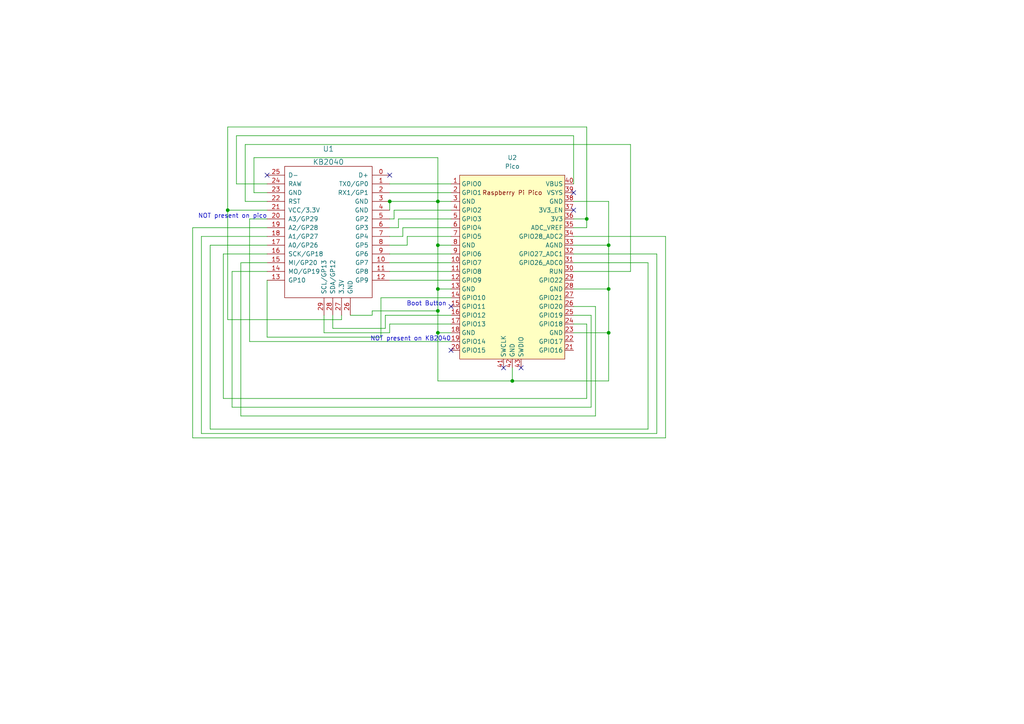
<source format=kicad_sch>
(kicad_sch (version 20211123) (generator eeschema)
  (paper "A4")
  (lib_symbols
    (symbol "MCU_RaspberryPi_and_Boards:Pico"
      (property "Reference" "U" (at -13.97 27.94 0))
      (property "Value" "Pico" (at 0 19.05 0))
      (symbol "Pico_0_0"
        (text "Raspberry Pi Pico" (at 0 21.59 0) (effects (font (size 1.27 1.27))))
      )
      (symbol "Pico_0_1"
        (rectangle (start -15.24 26.67) (end 15.24 -26.67) (fill (type background)))
      )
      (symbol "Pico_1_1"
        (pin bidirectional line (at -17.78 24.13 0) (length 2.54) (name "GPIO0") (number "1"))
        (pin bidirectional line (at -17.78 1.27 0) (length 2.54) (name "GPIO7") (number "10"))
        (pin bidirectional line (at -17.78 -1.27 0) (length 2.54) (name "GPIO8") (number "11"))
        (pin bidirectional line (at -17.78 -3.81 0) (length 2.54) (name "GPIO9") (number "12"))
        (pin power_in line (at -17.78 -6.35 0) (length 2.54) (name "GND") (number "13"))
        (pin bidirectional line (at -17.78 -8.89 0) (length 2.54) (name "GPIO10") (number "14"))
        (pin bidirectional line (at -17.78 -11.43 0) (length 2.54) (name "GPIO11") (number "15"))
        (pin bidirectional line (at -17.78 -13.97 0) (length 2.54) (name "GPIO12") (number "16"))
        (pin bidirectional line (at -17.78 -16.51 0) (length 2.54) (name "GPIO13") (number "17"))
        (pin power_in line (at -17.78 -19.05 0) (length 2.54) (name "GND") (number "18"))
        (pin bidirectional line (at -17.78 -21.59 0) (length 2.54) (name "GPIO14") (number "19"))
        (pin bidirectional line (at -17.78 21.59 0) (length 2.54) (name "GPIO1") (number "2"))
        (pin bidirectional line (at -17.78 -24.13 0) (length 2.54) (name "GPIO15") (number "20"))
        (pin bidirectional line (at 17.78 -24.13 180) (length 2.54) (name "GPIO16") (number "21"))
        (pin bidirectional line (at 17.78 -21.59 180) (length 2.54) (name "GPIO17") (number "22"))
        (pin power_in line (at 17.78 -19.05 180) (length 2.54) (name "GND") (number "23"))
        (pin bidirectional line (at 17.78 -16.51 180) (length 2.54) (name "GPIO18") (number "24"))
        (pin bidirectional line (at 17.78 -13.97 180) (length 2.54) (name "GPIO19") (number "25"))
        (pin bidirectional line (at 17.78 -11.43 180) (length 2.54) (name "GPIO20") (number "26"))
        (pin bidirectional line (at 17.78 -8.89 180) (length 2.54) (name "GPIO21") (number "27"))
        (pin power_in line (at 17.78 -6.35 180) (length 2.54) (name "GND") (number "28"))
        (pin bidirectional line (at 17.78 -3.81 180) (length 2.54) (name "GPIO22") (number "29"))
        (pin power_in line (at -17.78 19.05 0) (length 2.54) (name "GND") (number "3"))
        (pin input line (at 17.78 -1.27 180) (length 2.54) (name "RUN") (number "30"))
        (pin bidirectional line (at 17.78 1.27 180) (length 2.54) (name "GPIO26_ADC0") (number "31"))
        (pin bidirectional line (at 17.78 3.81 180) (length 2.54) (name "GPIO27_ADC1") (number "32"))
        (pin power_in line (at 17.78 6.35 180) (length 2.54) (name "AGND") (number "33"))
        (pin bidirectional line (at 17.78 8.89 180) (length 2.54) (name "GPIO28_ADC2") (number "34"))
        (pin power_in line (at 17.78 11.43 180) (length 2.54) (name "ADC_VREF") (number "35"))
        (pin power_in line (at 17.78 13.97 180) (length 2.54) (name "3V3") (number "36"))
        (pin input line (at 17.78 16.51 180) (length 2.54) (name "3V3_EN") (number "37"))
        (pin bidirectional line (at 17.78 19.05 180) (length 2.54) (name "GND") (number "38"))
        (pin power_in line (at 17.78 21.59 180) (length 2.54) (name "VSYS") (number "39"))
        (pin bidirectional line (at -17.78 16.51 0) (length 2.54) (name "GPIO2") (number "4"))
        (pin power_in line (at 17.78 24.13 180) (length 2.54) (name "VBUS") (number "40"))
        (pin input line (at -2.54 -29.21 90) (length 2.54) (name "SWCLK") (number "41"))
        (pin power_in line (at 0 -29.21 90) (length 2.54) (name "GND") (number "42"))
        (pin bidirectional line (at 2.54 -29.21 90) (length 2.54) (name "SWDIO") (number "43"))
        (pin bidirectional line (at -17.78 13.97 0) (length 2.54) (name "GPIO3") (number "5"))
        (pin bidirectional line (at -17.78 11.43 0) (length 2.54) (name "GPIO4") (number "6"))
        (pin bidirectional line (at -17.78 8.89 0) (length 2.54) (name "GPIO5") (number "7"))
        (pin power_in line (at -17.78 6.35 0) (length 2.54) (name "GND") (number "8"))
        (pin bidirectional line (at -17.78 3.81 0) (length 2.54) (name "GPIO6") (number "9"))
      )
    )
    (symbol "keebio:KB2040" (pin_names (offset 1.016))
      (property "Reference" "U" (at 0 21.59 0))
      (property "Value" "KB2040" (at 0 24.13 0))
      (symbol "KB2040_0_1"
        (rectangle (start -12.7 19.05) (end 12.7 -19.05))
      )
      (symbol "KB2040_1_1"
        (pin input line (at -17.78 16.51 0) (length 5.08) (name "D+") (number "0"))
        (pin input line (at -17.78 13.97 0) (length 5.08) (name "TX0/GP0") (number "1"))
        (pin input line (at -17.78 -8.89 0) (length 5.08) (name "GP7") (number "10"))
        (pin input line (at -17.78 -11.43 0) (length 5.08) (name "GP8") (number "11"))
        (pin input line (at -17.78 -13.97 0) (length 5.08) (name "GP9") (number "12"))
        (pin input line (at 17.78 -13.97 180) (length 5.08) (name "GP10") (number "13"))
        (pin input line (at 17.78 -11.43 180) (length 5.08) (name "MO/GP19") (number "14"))
        (pin input line (at 17.78 -8.89 180) (length 5.08) (name "MI/GP20") (number "15"))
        (pin input line (at 17.78 -6.35 180) (length 5.08) (name "SCK/GP18") (number "16"))
        (pin input line (at 17.78 -3.81 180) (length 5.08) (name "A0/GP26") (number "17"))
        (pin input line (at 17.78 -1.27 180) (length 5.08) (name "A1/GP27") (number "18"))
        (pin input line (at 17.78 1.27 180) (length 5.08) (name "A2/GP28") (number "19"))
        (pin input line (at -17.78 11.43 0) (length 5.08) (name "RX1/GP1") (number "2"))
        (pin input line (at 17.78 3.81 180) (length 5.08) (name "A3/GP29") (number "20"))
        (pin input line (at 17.78 6.35 180) (length 5.08) (name "VCC/3.3V") (number "21"))
        (pin input line (at 17.78 8.89 180) (length 5.08) (name "RST") (number "22"))
        (pin input line (at 17.78 11.43 180) (length 5.08) (name "GND") (number "23"))
        (pin input line (at 17.78 13.97 180) (length 5.08) (name "RAW") (number "24"))
        (pin input line (at 17.78 16.51 180) (length 5.08) (name "D-") (number "25"))
        (pin input line (at -6.35 -24.13 90) (length 5.08) (name "GND") (number "26"))
        (pin input line (at -3.81 -24.13 90) (length 5.08) (name "3.3V") (number "27"))
        (pin input line (at -1.27 -24.13 90) (length 5.08) (name "SDA/GP12") (number "28"))
        (pin input line (at 1.27 -24.13 90) (length 5.08) (name "SCL/GP13") (number "29"))
        (pin input line (at -17.78 8.89 0) (length 5.08) (name "GND") (number "3"))
        (pin input line (at -17.78 6.35 0) (length 5.08) (name "GND") (number "4"))
        (pin input line (at -17.78 3.81 0) (length 5.08) (name "GP2") (number "5"))
        (pin input line (at -17.78 1.27 0) (length 5.08) (name "GP3") (number "6"))
        (pin input line (at -17.78 -1.27 0) (length 5.08) (name "GP4") (number "7"))
        (pin input line (at -17.78 -3.81 0) (length 5.08) (name "GP5") (number "8"))
        (pin input line (at -17.78 -6.35 0) (length 5.08) (name "GP6") (number "9"))
      )
    )
  )
  (junction (at 127 58.42))
  (junction (at 148.59 110.49))
  (junction (at 127 96.52))
  (junction (at 127 71.12))
  (junction (at 176.53 71.12))
  (junction (at 176.53 96.52))
  (junction (at 176.53 83.82))
  (junction (at 127 83.82))
  (junction (at 170.18 63.5))
  (junction (at 113.03 58.42))
  (junction (at 66.04 60.96))
  (junction (at 127 90.17))
  (no_connect (at 130.81 88.9))
  (no_connect (at 77.47 50.8))
  (no_connect (at 166.37 55.88))
  (no_connect (at 166.37 60.96))
  (no_connect (at 113.03 50.8))
  (no_connect (at 130.81 101.6))
  (no_connect (at 146.05 106.68))
  (no_connect (at 151.13 106.68))
  (wire (pts (xy 113.03 78.74) (xy 130.81 78.74)))
  (wire (pts (xy 176.53 58.42) (xy 176.53 71.12)))
  (wire (pts (xy 64.77 73.66) (xy 64.77 115.57)))
  (wire (pts (xy 166.37 39.37) (xy 166.37 53.34)))
  (wire (pts (xy 77.47 73.66) (xy 64.77 73.66)))
  (wire (pts (xy 176.53 71.12) (xy 176.53 83.82)))
  (wire (pts (xy 71.12 58.42) (xy 77.47 58.42)))
  (wire (pts (xy 187.96 124.46) (xy 187.96 76.2)))
  (wire (pts (xy 176.53 96.52) (xy 176.53 110.49)))
  (wire (pts (xy 182.88 41.91) (xy 71.12 41.91)))
  (wire (pts (xy 116.84 66.04) (xy 130.81 66.04)))
  (wire (pts (xy 110.49 97.79) (xy 110.49 86.36)))
  (wire (pts (xy 172.72 88.9) (xy 166.37 88.9)))
  (wire (pts (xy 115.57 66.04) (xy 115.57 63.5)))
  (wire (pts (xy 107.95 90.17) (xy 127 90.17)))
  (wire (pts (xy 166.37 66.04) (xy 170.18 66.04)))
  (wire (pts (xy 99.06 92.71) (xy 66.04 92.71)))
  (wire (pts (xy 55.88 66.04) (xy 55.88 127)))
  (wire (pts (xy 77.47 76.2) (xy 69.85 76.2)))
  (wire (pts (xy 113.03 71.12) (xy 118.11 71.12)))
  (wire (pts (xy 69.85 76.2) (xy 69.85 120.65)))
  (wire (pts (xy 116.84 68.58) (xy 116.84 66.04)))
  (wire (pts (xy 68.58 39.37) (xy 166.37 39.37)))
  (wire (pts (xy 101.6 91.44) (xy 107.95 91.44)))
  (wire (pts (xy 193.04 127) (xy 193.04 68.58)))
  (wire (pts (xy 77.47 97.79) (xy 110.49 97.79)))
  (wire (pts (xy 110.49 86.36) (xy 130.81 86.36)))
  (wire (pts (xy 93.98 96.52) (xy 113.03 96.52)))
  (wire (pts (xy 67.31 78.74) (xy 67.31 118.11)))
  (wire (pts (xy 182.88 78.74) (xy 182.88 41.91)))
  (wire (pts (xy 93.98 91.44) (xy 93.98 96.52)))
  (wire (pts (xy 166.37 58.42) (xy 176.53 58.42)))
  (wire (pts (xy 170.18 36.83) (xy 170.18 63.5)))
  (wire (pts (xy 77.47 53.34) (xy 68.58 53.34)))
  (wire (pts (xy 127 83.82) (xy 127 90.17)))
  (wire (pts (xy 71.12 41.91) (xy 71.12 58.42)))
  (wire (pts (xy 170.18 115.57) (xy 170.18 93.98)))
  (wire (pts (xy 170.18 93.98) (xy 166.37 93.98)))
  (wire (pts (xy 127 110.49) (xy 148.59 110.49)))
  (wire (pts (xy 127 90.17) (xy 127 96.52)))
  (wire (pts (xy 64.77 115.57) (xy 170.18 115.57)))
  (wire (pts (xy 73.66 55.88) (xy 73.66 45.72)))
  (wire (pts (xy 107.95 91.44) (xy 107.95 90.17)))
  (wire (pts (xy 166.37 78.74) (xy 182.88 78.74)))
  (wire (pts (xy 127 83.82) (xy 130.81 83.82)))
  (wire (pts (xy 115.57 63.5) (xy 130.81 63.5)))
  (wire (pts (xy 113.03 81.28) (xy 130.81 81.28)))
  (wire (pts (xy 73.66 45.72) (xy 127 45.72)))
  (wire (pts (xy 111.76 91.44) (xy 130.81 91.44)))
  (wire (pts (xy 113.03 53.34) (xy 130.81 53.34)))
  (wire (pts (xy 77.47 60.96) (xy 66.04 60.96)))
  (wire (pts (xy 193.04 68.58) (xy 166.37 68.58)))
  (wire (pts (xy 58.42 68.58) (xy 58.42 125.73)))
  (wire (pts (xy 190.5 125.73) (xy 190.5 73.66)))
  (wire (pts (xy 77.47 68.58) (xy 58.42 68.58)))
  (wire (pts (xy 172.72 120.65) (xy 172.72 88.9)))
  (wire (pts (xy 114.3 63.5) (xy 114.3 60.96)))
  (wire (pts (xy 60.96 124.46) (xy 187.96 124.46)))
  (wire (pts (xy 60.96 71.12) (xy 60.96 124.46)))
  (wire (pts (xy 113.03 93.98) (xy 130.81 93.98)))
  (wire (pts (xy 55.88 127) (xy 193.04 127)))
  (wire (pts (xy 166.37 83.82) (xy 176.53 83.82)))
  (wire (pts (xy 127 96.52) (xy 130.81 96.52)))
  (wire (pts (xy 113.03 58.42) (xy 127 58.42)))
  (wire (pts (xy 127 58.42) (xy 130.81 58.42)))
  (wire (pts (xy 118.11 71.12) (xy 118.11 68.58)))
  (wire (pts (xy 66.04 36.83) (xy 170.18 36.83)))
  (wire (pts (xy 99.06 91.44) (xy 99.06 92.71)))
  (wire (pts (xy 77.47 78.74) (xy 67.31 78.74)))
  (wire (pts (xy 171.45 118.11) (xy 171.45 91.44)))
  (wire (pts (xy 127 71.12) (xy 127 83.82)))
  (wire (pts (xy 127 96.52) (xy 127 110.49)))
  (wire (pts (xy 113.03 76.2) (xy 130.81 76.2)))
  (wire (pts (xy 72.39 63.5) (xy 77.47 63.5)))
  (wire (pts (xy 187.96 76.2) (xy 166.37 76.2)))
  (wire (pts (xy 67.31 118.11) (xy 171.45 118.11)))
  (wire (pts (xy 77.47 66.04) (xy 55.88 66.04)))
  (wire (pts (xy 113.03 55.88) (xy 130.81 55.88)))
  (wire (pts (xy 113.03 63.5) (xy 114.3 63.5)))
  (wire (pts (xy 113.03 66.04) (xy 115.57 66.04)))
  (wire (pts (xy 166.37 71.12) (xy 176.53 71.12)))
  (wire (pts (xy 58.42 125.73) (xy 190.5 125.73)))
  (wire (pts (xy 96.52 91.44) (xy 96.52 95.25)))
  (wire (pts (xy 68.58 53.34) (xy 68.58 39.37)))
  (wire (pts (xy 170.18 66.04) (xy 170.18 63.5)))
  (wire (pts (xy 176.53 110.49) (xy 148.59 110.49)))
  (wire (pts (xy 69.85 120.65) (xy 172.72 120.65)))
  (wire (pts (xy 170.18 63.5) (xy 166.37 63.5)))
  (wire (pts (xy 130.81 99.06) (xy 72.39 99.06)))
  (wire (pts (xy 66.04 92.71) (xy 66.04 60.96)))
  (wire (pts (xy 113.03 58.42) (xy 113.03 60.96)))
  (wire (pts (xy 118.11 68.58) (xy 130.81 68.58)))
  (wire (pts (xy 113.03 73.66) (xy 130.81 73.66)))
  (wire (pts (xy 114.3 60.96) (xy 130.81 60.96)))
  (wire (pts (xy 111.76 95.25) (xy 111.76 91.44)))
  (wire (pts (xy 148.59 110.49) (xy 148.59 106.68)))
  (wire (pts (xy 127 58.42) (xy 127 71.12)))
  (wire (pts (xy 77.47 81.28) (xy 77.47 97.79)))
  (wire (pts (xy 190.5 73.66) (xy 166.37 73.66)))
  (wire (pts (xy 127 45.72) (xy 127 58.42)))
  (wire (pts (xy 166.37 96.52) (xy 176.53 96.52)))
  (wire (pts (xy 72.39 99.06) (xy 72.39 63.5)))
  (wire (pts (xy 66.04 60.96) (xy 66.04 36.83)))
  (wire (pts (xy 113.03 96.52) (xy 113.03 93.98)))
  (wire (pts (xy 96.52 95.25) (xy 111.76 95.25)))
  (wire (pts (xy 176.53 83.82) (xy 176.53 96.52)))
  (wire (pts (xy 77.47 55.88) (xy 73.66 55.88)))
  (wire (pts (xy 77.47 71.12) (xy 60.96 71.12)))
  (wire (pts (xy 113.03 68.58) (xy 116.84 68.58)))
  (wire (pts (xy 171.45 91.44) (xy 166.37 91.44)))
  (wire (pts (xy 127 71.12) (xy 130.81 71.12)))
  (text "NOT present on pico" (at 77.47 63.5 180) (effects (font (size 1.27 1.27)) (justify right bottom)))
  (text "NOT present on KB2040" (at 130.81 99.06 180) (effects (font (size 1.27 1.27)) (justify right bottom)))
  (text "Boot Button" (at 129.54 88.9 180) (effects (font (size 1.27 1.27)) (justify right bottom)))
  (symbol (lib_id "MCU_RaspberryPi_and_Boards:Pico") (at 148.59 77.47 0) (unit 1)
    (property "Reference" "U2" (at 148.59 45.72 0))
    (property "Value" "Pico" (at 148.59 48.26 0))
    (property "Footprint" "MCU_RaspberryPi_and_Boards:RPi_Pico_SMD_ONLY" (effects hide))
  )
  (symbol (lib_id "keebio:KB2040") (at 95.25 67.31 0) (mirror y) (unit 1)
    (property "Reference" "U1" (at 95.25 43.18 0) (effects (font (size 1.524 1.524))))
    (property "Value" "KB2040" (at 95.25 46.99 0) (effects (font (size 1.524 1.524))))
    (property "Footprint" "keebio-components-master:KB2040 (modified from Elite-C-castellated-24pin-holes)" (effects hide))
  )
)
</source>
